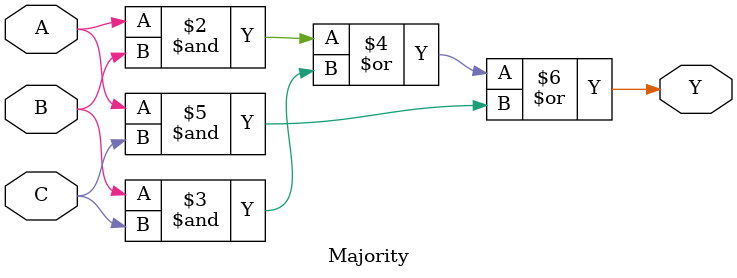
<source format=v>
  	                                            		
module Majority (A, B, C, Y);                 	
   input  A, B, C;			
   output Y; 

   reg Y;           		
                   	          	
// student code here
always@(A or B or C)
begin
	Y <= A&B | B&C | A&C;
end


endmodule // Majority  




    
</source>
